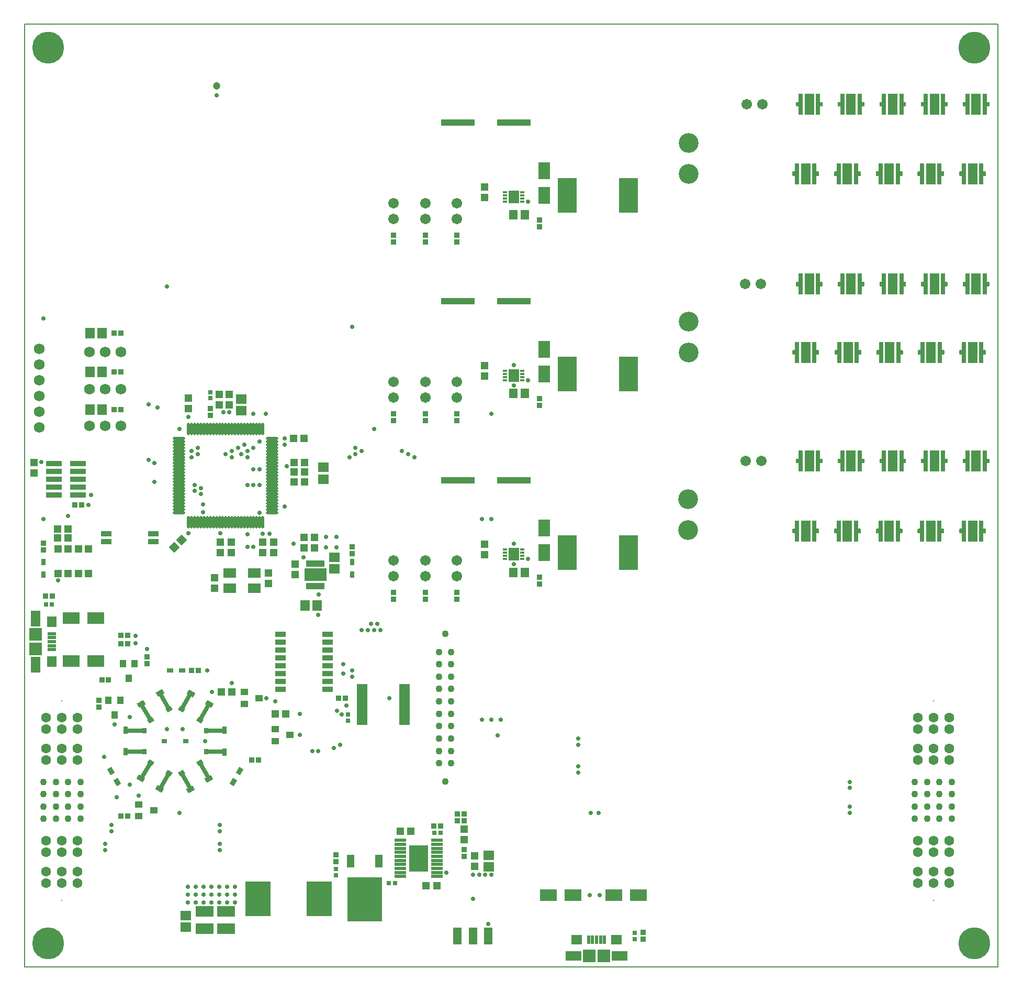
<source format=gts>
%FSLAX25Y25*%
%MOIN*%
G70*
G01*
G75*
G04 Layer_Color=8388736*
%ADD10C,0.00700*%
%ADD11R,0.02953X0.02559*%
%ADD12R,0.02559X0.02953*%
%ADD13R,0.01969X0.12992*%
%ADD14R,0.05118X0.12992*%
%ADD15R,0.01969X0.02362*%
%ADD16R,0.03937X0.04331*%
%ADD17R,0.04331X0.03937*%
%ADD18R,0.10630X0.06299*%
%ADD19R,0.02362X0.01969*%
%ADD20R,0.05906X0.05118*%
%ADD21R,0.05118X0.05906*%
G04:AMPARAMS|DCode=22|XSize=39.37mil|YSize=43.31mil|CornerRadius=0mil|HoleSize=0mil|Usage=FLASHONLY|Rotation=135.000|XOffset=0mil|YOffset=0mil|HoleType=Round|Shape=Rectangle|*
%AMROTATEDRECTD22*
4,1,4,0.02923,0.00139,-0.00139,-0.02923,-0.02923,-0.00139,0.00139,0.02923,0.02923,0.00139,0.0*
%
%ADD22ROTATEDRECTD22*%

%ADD23R,0.03937X0.03937*%
%ADD24R,0.03543X0.02362*%
%ADD25R,0.02362X0.03543*%
G04:AMPARAMS|DCode=26|XSize=23.62mil|YSize=35.43mil|CornerRadius=0mil|HoleSize=0mil|Usage=FLASHONLY|Rotation=330.000|XOffset=0mil|YOffset=0mil|HoleType=Round|Shape=Rectangle|*
%AMROTATEDRECTD26*
4,1,4,-0.01909,-0.00944,-0.00137,0.02125,0.01909,0.00944,0.00137,-0.02125,-0.01909,-0.00944,0.0*
%
%ADD26ROTATEDRECTD26*%

G04:AMPARAMS|DCode=27|XSize=23.62mil|YSize=35.43mil|CornerRadius=0mil|HoleSize=0mil|Usage=FLASHONLY|Rotation=210.000|XOffset=0mil|YOffset=0mil|HoleType=Round|Shape=Rectangle|*
%AMROTATEDRECTD27*
4,1,4,0.00137,0.02125,0.01909,-0.00944,-0.00137,-0.02125,-0.01909,0.00944,0.00137,0.02125,0.0*
%
%ADD27ROTATEDRECTD27*%

%ADD28R,0.02008X0.02953*%
G04:AMPARAMS|DCode=29|XSize=20.08mil|YSize=29.53mil|CornerRadius=0mil|HoleSize=0mil|Usage=FLASHONLY|Rotation=240.000|XOffset=0mil|YOffset=0mil|HoleType=Round|Shape=Rectangle|*
%AMROTATEDRECTD29*
4,1,4,-0.00777,0.01608,0.01781,0.00131,0.00777,-0.01608,-0.01781,-0.00131,-0.00777,0.01608,0.0*
%
%ADD29ROTATEDRECTD29*%

G04:AMPARAMS|DCode=30|XSize=20.08mil|YSize=29.53mil|CornerRadius=0mil|HoleSize=0mil|Usage=FLASHONLY|Rotation=300.000|XOffset=0mil|YOffset=0mil|HoleType=Round|Shape=Rectangle|*
%AMROTATEDRECTD30*
4,1,4,-0.01781,0.00131,0.00777,0.01608,0.01781,-0.00131,-0.00777,-0.01608,-0.01781,0.00131,0.0*
%
%ADD30ROTATEDRECTD30*%

%ADD31R,0.03347X0.03937*%
%ADD32R,0.03347X0.03937*%
%ADD33R,0.03937X0.03347*%
%ADD34R,0.03937X0.03347*%
%ADD35R,0.20472X0.03543*%
%ADD36R,0.06693X0.09843*%
%ADD37R,0.11417X0.21260*%
%ADD38R,0.04528X0.05512*%
%ADD39R,0.06299X0.07874*%
%ADD40R,0.02756X0.01181*%
%ADD41R,0.09843X0.06693*%
%ADD42O,0.07087X0.01181*%
%ADD43O,0.01181X0.07087*%
%ADD44R,0.09449X0.02992*%
%ADD45R,0.15157X0.21654*%
%ADD46R,0.04724X0.09843*%
%ADD47R,0.01575X0.05315*%
%ADD48R,0.06299X0.05512*%
%ADD49R,0.07480X0.07087*%
%ADD50R,0.09055X0.05118*%
%ADD51R,0.05118X0.09055*%
%ADD52R,0.07087X0.07480*%
%ADD53R,0.05512X0.06299*%
%ADD54R,0.05315X0.01575*%
%ADD55R,0.13386X0.07087*%
%ADD56R,0.01181X0.03347*%
%ADD57R,0.07087X0.05512*%
%ADD58R,0.06299X0.02992*%
%ADD59R,0.06102X0.01772*%
%ADD60C,0.03937*%
%ADD61R,0.02953X0.02008*%
%ADD62R,0.21654X0.27165*%
%ADD63R,0.03740X0.07480*%
%ADD64R,0.07008X0.01654*%
%ADD65R,0.11811X0.16535*%
%ADD66C,0.01000*%
%ADD67C,0.00600*%
%ADD68C,0.02000*%
%ADD69C,0.03000*%
G04:AMPARAMS|DCode=70|XSize=23.62mil|YSize=39.37mil|CornerRadius=0mil|HoleSize=0mil|Usage=FLASHONLY|Rotation=60.000|XOffset=0mil|YOffset=0mil|HoleType=Round|Shape=Rectangle|*
%AMROTATEDRECTD70*
4,1,4,0.01114,-0.02007,-0.02295,-0.00039,-0.01114,0.02007,0.02295,0.00039,0.01114,-0.02007,0.0*
%
%ADD70ROTATEDRECTD70*%

G04:AMPARAMS|DCode=71|XSize=23.62mil|YSize=39.37mil|CornerRadius=0mil|HoleSize=0mil|Usage=FLASHONLY|Rotation=120.000|XOffset=0mil|YOffset=0mil|HoleType=Round|Shape=Rectangle|*
%AMROTATEDRECTD71*
4,1,4,0.02295,-0.00039,-0.01114,-0.02007,-0.02295,0.00039,0.01114,0.02007,0.02295,-0.00039,0.0*
%
%ADD71ROTATEDRECTD71*%

%ADD72R,0.02362X0.03937*%
%ADD73R,0.02362X0.03740*%
%ADD74C,0.06000*%
%ADD75C,0.05906*%
%ADD76C,0.11811*%
%ADD77C,0.20000*%
%ADD78C,0.00394*%
%ADD79C,0.02000*%
%ADD80C,0.02598*%
%ADD81C,0.00984*%
%ADD82C,0.02362*%
%ADD83C,0.00787*%
%ADD84R,0.03753X0.03359*%
%ADD85R,0.03359X0.03753*%
%ADD86R,0.02769X0.13792*%
%ADD87R,0.05918X0.13792*%
%ADD88R,0.02769X0.03162*%
%ADD89R,0.04737X0.05131*%
%ADD90R,0.05131X0.04737*%
%ADD91R,0.11430X0.07099*%
%ADD92R,0.03162X0.02769*%
%ADD93R,0.06706X0.05918*%
%ADD94R,0.05918X0.06706*%
G04:AMPARAMS|DCode=95|XSize=47.37mil|YSize=51.31mil|CornerRadius=0mil|HoleSize=0mil|Usage=FLASHONLY|Rotation=135.000|XOffset=0mil|YOffset=0mil|HoleType=Round|Shape=Rectangle|*
%AMROTATEDRECTD95*
4,1,4,0.03489,0.00139,-0.00139,-0.03489,-0.03489,-0.00139,0.00139,0.03489,0.03489,0.00139,0.0*
%
%ADD95ROTATEDRECTD95*%

%ADD96R,0.04737X0.04737*%
%ADD97R,0.04343X0.03162*%
%ADD98R,0.03162X0.04343*%
G04:AMPARAMS|DCode=99|XSize=31.62mil|YSize=43.43mil|CornerRadius=0mil|HoleSize=0mil|Usage=FLASHONLY|Rotation=330.000|XOffset=0mil|YOffset=0mil|HoleType=Round|Shape=Rectangle|*
%AMROTATEDRECTD99*
4,1,4,-0.02455,-0.01090,-0.00283,0.02671,0.02455,0.01090,0.00283,-0.02671,-0.02455,-0.01090,0.0*
%
%ADD99ROTATEDRECTD99*%

G04:AMPARAMS|DCode=100|XSize=31.62mil|YSize=43.43mil|CornerRadius=0mil|HoleSize=0mil|Usage=FLASHONLY|Rotation=210.000|XOffset=0mil|YOffset=0mil|HoleType=Round|Shape=Rectangle|*
%AMROTATEDRECTD100*
4,1,4,0.00283,0.02671,0.02455,-0.01090,-0.00283,-0.02671,-0.02455,0.01090,0.00283,0.02671,0.0*
%
%ADD100ROTATEDRECTD100*%

%ADD101R,0.02808X0.03753*%
G04:AMPARAMS|DCode=102|XSize=28.08mil|YSize=37.53mil|CornerRadius=0mil|HoleSize=0mil|Usage=FLASHONLY|Rotation=240.000|XOffset=0mil|YOffset=0mil|HoleType=Round|Shape=Rectangle|*
%AMROTATEDRECTD102*
4,1,4,-0.00923,0.02154,0.02327,0.00278,0.00923,-0.02154,-0.02327,-0.00278,-0.00923,0.02154,0.0*
%
%ADD102ROTATEDRECTD102*%

G04:AMPARAMS|DCode=103|XSize=28.08mil|YSize=37.53mil|CornerRadius=0mil|HoleSize=0mil|Usage=FLASHONLY|Rotation=300.000|XOffset=0mil|YOffset=0mil|HoleType=Round|Shape=Rectangle|*
%AMROTATEDRECTD103*
4,1,4,-0.02327,0.00278,0.00923,0.02154,0.02327,-0.00278,-0.00923,-0.02154,-0.02327,0.00278,0.0*
%
%ADD103ROTATEDRECTD103*%

%ADD104R,0.04147X0.04737*%
%ADD105R,0.04147X0.04737*%
%ADD106R,0.04737X0.04147*%
%ADD107R,0.04737X0.04147*%
%ADD108R,0.21272X0.04343*%
%ADD109R,0.07493X0.10642*%
%ADD110R,0.12217X0.22060*%
%ADD111R,0.05328X0.06312*%
%ADD112R,0.06535X0.08110*%
%ADD113R,0.02992X0.01417*%
%ADD114R,0.10642X0.07493*%
%ADD115O,0.07887X0.01981*%
%ADD116O,0.01981X0.07887*%
%ADD117R,0.09843X0.03386*%
%ADD118R,0.15957X0.22453*%
%ADD119R,0.05524X0.10642*%
%ADD120R,0.01969X0.05709*%
%ADD121R,0.07099X0.06312*%
%ADD122R,0.08280X0.07887*%
%ADD123R,0.09855X0.05918*%
%ADD124R,0.05918X0.09855*%
%ADD125R,0.07887X0.08280*%
%ADD126R,0.06312X0.07099*%
%ADD127R,0.05709X0.01969*%
%ADD128R,0.14186X0.07887*%
%ADD129R,0.01981X0.04147*%
%ADD130R,0.07887X0.06312*%
%ADD131R,0.07099X0.03792*%
%ADD132R,0.06902X0.02572*%
%ADD133C,0.04737*%
%ADD134R,0.03753X0.02808*%
%ADD135R,0.22453X0.27965*%
%ADD136R,0.04540X0.08280*%
%ADD137R,0.07402X0.02047*%
%ADD138R,0.12205X0.16929*%
%ADD139C,0.02800*%
G04:AMPARAMS|DCode=140|XSize=31.62mil|YSize=47.37mil|CornerRadius=0mil|HoleSize=0mil|Usage=FLASHONLY|Rotation=60.000|XOffset=0mil|YOffset=0mil|HoleType=Round|Shape=Rectangle|*
%AMROTATEDRECTD140*
4,1,4,0.01261,-0.02554,-0.02842,-0.00185,-0.01261,0.02554,0.02842,0.00185,0.01261,-0.02554,0.0*
%
%ADD140ROTATEDRECTD140*%

G04:AMPARAMS|DCode=141|XSize=31.62mil|YSize=47.37mil|CornerRadius=0mil|HoleSize=0mil|Usage=FLASHONLY|Rotation=120.000|XOffset=0mil|YOffset=0mil|HoleType=Round|Shape=Rectangle|*
%AMROTATEDRECTD141*
4,1,4,0.02842,-0.00185,-0.01261,-0.02554,-0.02842,0.00185,0.01261,0.02554,0.02842,-0.00185,0.0*
%
%ADD141ROTATEDRECTD141*%

%ADD142R,0.03162X0.04737*%
%ADD143R,0.03162X0.04540*%
%ADD144C,0.06800*%
%ADD145C,0.00800*%
%ADD146C,0.06299*%
%ADD147C,0.04331*%
%ADD148C,0.06706*%
%ADD149C,0.12611*%
%ADD150C,0.20300*%
%ADD151C,0.02800*%
G36*
X614224Y323439D02*
X614356Y323351D01*
X614444Y323218D01*
X614475Y323062D01*
Y321094D01*
X614444Y320938D01*
X614356Y320805D01*
X614224Y320717D01*
X614068Y320686D01*
X611509D01*
X611352Y320717D01*
X611220Y320805D01*
X611132Y320938D01*
X611101Y321094D01*
Y323062D01*
X611132Y323218D01*
X611220Y323351D01*
X611352Y323439D01*
X611509Y323470D01*
X614068D01*
X614224Y323439D01*
D02*
G37*
G36*
X492068Y392503D02*
X492200Y392414D01*
X492289Y392282D01*
X492320Y392126D01*
Y390158D01*
X492289Y390001D01*
X492200Y389869D01*
X492068Y389781D01*
X491912Y389750D01*
X489353D01*
X489197Y389781D01*
X489065Y389869D01*
X488976Y390001D01*
X488945Y390158D01*
Y392126D01*
X488976Y392282D01*
X489065Y392414D01*
X489197Y392503D01*
X489353Y392534D01*
X491912D01*
X492068Y392503D01*
D02*
G37*
G36*
X505651D02*
X505783Y392414D01*
X505871Y392282D01*
X505902Y392126D01*
Y390158D01*
X505871Y390001D01*
X505783Y389869D01*
X505651Y389781D01*
X505495Y389750D01*
X502936D01*
X502780Y389781D01*
X502647Y389869D01*
X502559Y390001D01*
X502528Y390158D01*
Y392126D01*
X502559Y392282D01*
X502647Y392414D01*
X502780Y392503D01*
X502936Y392534D01*
X505495D01*
X505651Y392503D01*
D02*
G37*
G36*
X600641Y323439D02*
X600773Y323351D01*
X600862Y323218D01*
X600893Y323062D01*
Y321094D01*
X600862Y320938D01*
X600773Y320805D01*
X600641Y320717D01*
X600485Y320686D01*
X597926D01*
X597770Y320717D01*
X597638Y320805D01*
X597549Y320938D01*
X597518Y321094D01*
Y323062D01*
X597549Y323218D01*
X597638Y323351D01*
X597770Y323439D01*
X597926Y323470D01*
X600485D01*
X600641Y323439D01*
D02*
G37*
G36*
X561071D02*
X561204Y323351D01*
X561292Y323218D01*
X561323Y323062D01*
Y321094D01*
X561292Y320938D01*
X561204Y320805D01*
X561071Y320717D01*
X560915Y320686D01*
X558356D01*
X558200Y320717D01*
X558068Y320805D01*
X557980Y320938D01*
X557948Y321094D01*
Y323062D01*
X557980Y323218D01*
X558068Y323351D01*
X558200Y323439D01*
X558356Y323470D01*
X560915D01*
X561071Y323439D01*
D02*
G37*
G36*
X574065D02*
X574197Y323351D01*
X574286Y323218D01*
X574317Y323062D01*
Y321094D01*
X574286Y320938D01*
X574197Y320805D01*
X574065Y320717D01*
X573909Y320686D01*
X571350D01*
X571194Y320717D01*
X571061Y320805D01*
X570973Y320938D01*
X570942Y321094D01*
Y323062D01*
X570973Y323218D01*
X571061Y323351D01*
X571194Y323439D01*
X571350Y323470D01*
X573909D01*
X574065Y323439D01*
D02*
G37*
G36*
X587648D02*
X587780Y323351D01*
X587868Y323218D01*
X587899Y323062D01*
Y321094D01*
X587868Y320938D01*
X587780Y320805D01*
X587648Y320717D01*
X587492Y320686D01*
X584932D01*
X584776Y320717D01*
X584644Y320805D01*
X584556Y320938D01*
X584525Y321094D01*
Y323062D01*
X584556Y323218D01*
X584644Y323351D01*
X584776Y323439D01*
X584932Y323470D01*
X587492D01*
X587648Y323439D01*
D02*
G37*
G36*
X519102Y392503D02*
X519235Y392414D01*
X519323Y392282D01*
X519354Y392126D01*
Y390158D01*
X519323Y390001D01*
X519235Y389869D01*
X519102Y389781D01*
X518946Y389750D01*
X516387D01*
X516231Y389781D01*
X516099Y389869D01*
X516010Y390001D01*
X515979Y390158D01*
Y392126D01*
X516010Y392282D01*
X516099Y392414D01*
X516231Y392503D01*
X516387Y392534D01*
X518946D01*
X519102Y392503D01*
D02*
G37*
G36*
X585532D02*
X585664Y392414D01*
X585752Y392282D01*
X585784Y392126D01*
Y390158D01*
X585752Y390001D01*
X585664Y389869D01*
X585532Y389781D01*
X585376Y389750D01*
X582817D01*
X582661Y389781D01*
X582528Y389869D01*
X582440Y390001D01*
X582409Y390158D01*
Y392126D01*
X582440Y392282D01*
X582528Y392414D01*
X582661Y392503D01*
X582817Y392534D01*
X585376D01*
X585532Y392503D01*
D02*
G37*
G36*
X598373D02*
X598505Y392414D01*
X598593Y392282D01*
X598624Y392126D01*
Y390158D01*
X598593Y390001D01*
X598505Y389869D01*
X598373Y389781D01*
X598216Y389750D01*
X595657D01*
X595501Y389781D01*
X595369Y389869D01*
X595281Y390001D01*
X595250Y390158D01*
Y392126D01*
X595281Y392282D01*
X595369Y392414D01*
X595501Y392503D01*
X595657Y392534D01*
X598216D01*
X598373Y392503D01*
D02*
G37*
G36*
X611955D02*
X612087Y392414D01*
X612176Y392282D01*
X612207Y392126D01*
Y390158D01*
X612176Y390001D01*
X612087Y389869D01*
X611955Y389781D01*
X611799Y389750D01*
X609240D01*
X609084Y389781D01*
X608952Y389869D01*
X608863Y390001D01*
X608832Y390158D01*
Y392126D01*
X608863Y392282D01*
X608952Y392414D01*
X609084Y392503D01*
X609240Y392534D01*
X611799D01*
X611955Y392503D01*
D02*
G37*
G36*
X571949D02*
X572081Y392414D01*
X572170Y392282D01*
X572201Y392126D01*
Y390158D01*
X572170Y390001D01*
X572081Y389869D01*
X571949Y389781D01*
X571793Y389750D01*
X569234D01*
X569078Y389781D01*
X568946Y389869D01*
X568857Y390001D01*
X568826Y390158D01*
Y392126D01*
X568857Y392282D01*
X568946Y392414D01*
X569078Y392503D01*
X569234Y392534D01*
X571793D01*
X571949Y392503D01*
D02*
G37*
G36*
X532685D02*
X532817Y392414D01*
X532906Y392282D01*
X532937Y392126D01*
Y390158D01*
X532906Y390001D01*
X532817Y389869D01*
X532685Y389781D01*
X532529Y389750D01*
X529970D01*
X529814Y389781D01*
X529681Y389869D01*
X529593Y390001D01*
X529562Y390158D01*
Y392126D01*
X529593Y392282D01*
X529681Y392414D01*
X529814Y392503D01*
X529970Y392534D01*
X532529D01*
X532685Y392503D01*
D02*
G37*
G36*
X545526D02*
X545658Y392414D01*
X545746Y392282D01*
X545778Y392126D01*
Y390158D01*
X545746Y390001D01*
X545658Y389869D01*
X545526Y389781D01*
X545370Y389750D01*
X542811D01*
X542655Y389781D01*
X542522Y389869D01*
X542434Y390001D01*
X542403Y390158D01*
Y392126D01*
X542434Y392282D01*
X542522Y392414D01*
X542655Y392503D01*
X542811Y392534D01*
X545370D01*
X545526Y392503D01*
D02*
G37*
G36*
X559108D02*
X559241Y392414D01*
X559329Y392282D01*
X559360Y392126D01*
Y390158D01*
X559329Y390001D01*
X559241Y389869D01*
X559108Y389781D01*
X558952Y389750D01*
X556393D01*
X556237Y389781D01*
X556105Y389869D01*
X556016Y390001D01*
X555985Y390158D01*
Y392126D01*
X556016Y392282D01*
X556105Y392414D01*
X556237Y392503D01*
X556393Y392534D01*
X558952D01*
X559108Y392503D01*
D02*
G37*
G36*
X545220Y278822D02*
X545353Y278733D01*
X545441Y278601D01*
X545472Y278445D01*
Y276476D01*
X545441Y276320D01*
X545353Y276188D01*
X545220Y276100D01*
X545064Y276069D01*
X542505D01*
X542349Y276100D01*
X542217Y276188D01*
X542128Y276320D01*
X542097Y276476D01*
Y278445D01*
X542128Y278601D01*
X542217Y278733D01*
X542349Y278822D01*
X542505Y278853D01*
X545064D01*
X545220Y278822D01*
D02*
G37*
G36*
X558803D02*
X558935Y278733D01*
X559024Y278601D01*
X559055Y278445D01*
Y276476D01*
X559024Y276320D01*
X558935Y276188D01*
X558803Y276100D01*
X558647Y276069D01*
X556088D01*
X555932Y276100D01*
X555799Y276188D01*
X555711Y276320D01*
X555680Y276476D01*
Y278445D01*
X555711Y278601D01*
X555799Y278733D01*
X555932Y278822D01*
X556088Y278853D01*
X558647D01*
X558803Y278822D01*
D02*
G37*
G36*
X571796D02*
X571929Y278733D01*
X572017Y278601D01*
X572048Y278445D01*
Y276476D01*
X572017Y276320D01*
X571929Y276188D01*
X571796Y276100D01*
X571640Y276069D01*
X569081D01*
X568925Y276100D01*
X568793Y276188D01*
X568705Y276320D01*
X568673Y276476D01*
Y278445D01*
X568705Y278601D01*
X568793Y278733D01*
X568925Y278822D01*
X569081Y278853D01*
X571640D01*
X571796Y278822D01*
D02*
G37*
G36*
X532227D02*
X532359Y278733D01*
X532448Y278601D01*
X532479Y278445D01*
Y276476D01*
X532448Y276320D01*
X532359Y276188D01*
X532227Y276100D01*
X532071Y276069D01*
X529512D01*
X529356Y276100D01*
X529223Y276188D01*
X529135Y276320D01*
X529104Y276476D01*
Y278445D01*
X529135Y278601D01*
X529223Y278733D01*
X529356Y278822D01*
X529512Y278853D01*
X532071D01*
X532227Y278822D01*
D02*
G37*
G36*
X492068D02*
X492200Y278733D01*
X492289Y278601D01*
X492320Y278445D01*
Y276476D01*
X492289Y276320D01*
X492200Y276188D01*
X492068Y276100D01*
X491912Y276069D01*
X489353D01*
X489197Y276100D01*
X489065Y276188D01*
X488976Y276320D01*
X488945Y276476D01*
Y278445D01*
X488976Y278601D01*
X489065Y278733D01*
X489197Y278822D01*
X489353Y278853D01*
X491912D01*
X492068Y278822D01*
D02*
G37*
G36*
X505651D02*
X505783Y278733D01*
X505871Y278601D01*
X505902Y278445D01*
Y276476D01*
X505871Y276320D01*
X505783Y276188D01*
X505651Y276100D01*
X505495Y276069D01*
X502936D01*
X502780Y276100D01*
X502647Y276188D01*
X502559Y276320D01*
X502528Y276476D01*
Y278445D01*
X502559Y278601D01*
X502647Y278733D01*
X502780Y278822D01*
X502936Y278853D01*
X505495D01*
X505651Y278822D01*
D02*
G37*
G36*
X518644D02*
X518777Y278733D01*
X518865Y278601D01*
X518896Y278445D01*
Y276476D01*
X518865Y276320D01*
X518777Y276188D01*
X518644Y276100D01*
X518488Y276069D01*
X515929D01*
X515773Y276100D01*
X515641Y276188D01*
X515552Y276320D01*
X515521Y276476D01*
Y278445D01*
X515552Y278601D01*
X515641Y278733D01*
X515773Y278822D01*
X515929Y278853D01*
X518488D01*
X518644Y278822D01*
D02*
G37*
G36*
X585379D02*
X585511Y278733D01*
X585600Y278601D01*
X585631Y278445D01*
Y276476D01*
X585600Y276320D01*
X585511Y276188D01*
X585379Y276100D01*
X585223Y276069D01*
X582664D01*
X582508Y276100D01*
X582376Y276188D01*
X582287Y276320D01*
X582256Y276476D01*
Y278445D01*
X582287Y278601D01*
X582376Y278733D01*
X582508Y278822D01*
X582664Y278853D01*
X585223D01*
X585379Y278822D01*
D02*
G37*
G36*
X520913Y323439D02*
X521045Y323351D01*
X521133Y323218D01*
X521165Y323062D01*
Y321094D01*
X521133Y320938D01*
X521045Y320805D01*
X520913Y320717D01*
X520757Y320686D01*
X518198D01*
X518042Y320717D01*
X517909Y320805D01*
X517821Y320938D01*
X517790Y321094D01*
Y323062D01*
X517821Y323218D01*
X517909Y323351D01*
X518042Y323439D01*
X518198Y323470D01*
X520757D01*
X520913Y323439D01*
D02*
G37*
G36*
X534495D02*
X534628Y323351D01*
X534716Y323218D01*
X534747Y323062D01*
Y321094D01*
X534716Y320938D01*
X534628Y320805D01*
X534495Y320717D01*
X534339Y320686D01*
X531780D01*
X531624Y320717D01*
X531492Y320805D01*
X531403Y320938D01*
X531372Y321094D01*
Y323062D01*
X531403Y323218D01*
X531492Y323351D01*
X531624Y323439D01*
X531780Y323470D01*
X534339D01*
X534495Y323439D01*
D02*
G37*
G36*
X547489D02*
X547621Y323351D01*
X547710Y323218D01*
X547741Y323062D01*
Y321094D01*
X547710Y320938D01*
X547621Y320805D01*
X547489Y320717D01*
X547333Y320686D01*
X544774D01*
X544618Y320717D01*
X544485Y320805D01*
X544397Y320938D01*
X544366Y321094D01*
Y323062D01*
X544397Y323218D01*
X544485Y323351D01*
X544618Y323439D01*
X544774Y323470D01*
X547333D01*
X547489Y323439D01*
D02*
G37*
G36*
X507919D02*
X508052Y323351D01*
X508140Y323218D01*
X508171Y323062D01*
Y321094D01*
X508140Y320938D01*
X508052Y320805D01*
X507919Y320717D01*
X507763Y320686D01*
X505204D01*
X505048Y320717D01*
X504916Y320805D01*
X504827Y320938D01*
X504796Y321094D01*
Y323062D01*
X504827Y323218D01*
X504916Y323351D01*
X505048Y323439D01*
X505204Y323470D01*
X507763D01*
X507919Y323439D01*
D02*
G37*
G36*
X598373Y278822D02*
X598505Y278733D01*
X598593Y278601D01*
X598624Y278445D01*
Y276476D01*
X598593Y276320D01*
X598505Y276188D01*
X598373Y276100D01*
X598216Y276069D01*
X595657D01*
X595501Y276100D01*
X595369Y276188D01*
X595281Y276320D01*
X595250Y276476D01*
Y278445D01*
X595281Y278601D01*
X595369Y278733D01*
X595501Y278822D01*
X595657Y278853D01*
X598216D01*
X598373Y278822D01*
D02*
G37*
G36*
X611955D02*
X612087Y278733D01*
X612176Y278601D01*
X612207Y278445D01*
Y276476D01*
X612176Y276320D01*
X612087Y276188D01*
X611955Y276100D01*
X611799Y276069D01*
X609240D01*
X609084Y276100D01*
X608952Y276188D01*
X608863Y276320D01*
X608832Y276476D01*
Y278445D01*
X608863Y278601D01*
X608952Y278733D01*
X609084Y278822D01*
X609240Y278853D01*
X611799D01*
X611955Y278822D01*
D02*
G37*
G36*
X494337Y323439D02*
X494469Y323351D01*
X494557Y323218D01*
X494588Y323062D01*
Y321094D01*
X494557Y320938D01*
X494469Y320805D01*
X494337Y320717D01*
X494180Y320686D01*
X491621D01*
X491465Y320717D01*
X491333Y320805D01*
X491245Y320938D01*
X491214Y321094D01*
Y323062D01*
X491245Y323218D01*
X491333Y323351D01*
X491465Y323439D01*
X491621Y323470D01*
X494180D01*
X494337Y323439D01*
D02*
G37*
G36*
X611955Y506184D02*
X612087Y506096D01*
X612176Y505963D01*
X612207Y505807D01*
Y503839D01*
X612176Y503683D01*
X612087Y503550D01*
X611955Y503462D01*
X611799Y503431D01*
X609240D01*
X609084Y503462D01*
X608952Y503550D01*
X608863Y503683D01*
X608832Y503839D01*
Y505807D01*
X608863Y505963D01*
X608952Y506096D01*
X609084Y506184D01*
X609240Y506215D01*
X611799D01*
X611955Y506184D01*
D02*
G37*
G36*
X494337Y550408D02*
X494469Y550319D01*
X494557Y550187D01*
X494588Y550031D01*
Y548062D01*
X494557Y547906D01*
X494469Y547774D01*
X494337Y547685D01*
X494180Y547654D01*
X491621D01*
X491465Y547685D01*
X491333Y547774D01*
X491245Y547906D01*
X491214Y548062D01*
Y550031D01*
X491245Y550187D01*
X491333Y550319D01*
X491465Y550408D01*
X491621Y550438D01*
X494180D01*
X494337Y550408D01*
D02*
G37*
G36*
X507919D02*
X508052Y550319D01*
X508140Y550187D01*
X508171Y550031D01*
Y548062D01*
X508140Y547906D01*
X508052Y547774D01*
X507919Y547685D01*
X507763Y547654D01*
X505204D01*
X505048Y547685D01*
X504916Y547774D01*
X504827Y547906D01*
X504796Y548062D01*
Y550031D01*
X504827Y550187D01*
X504916Y550319D01*
X505048Y550408D01*
X505204Y550438D01*
X507763D01*
X507919Y550408D01*
D02*
G37*
G36*
X598373Y506184D02*
X598505Y506096D01*
X598593Y505963D01*
X598624Y505807D01*
Y503839D01*
X598593Y503683D01*
X598505Y503550D01*
X598373Y503462D01*
X598216Y503431D01*
X595657D01*
X595501Y503462D01*
X595369Y503550D01*
X595281Y503683D01*
X595250Y503839D01*
Y505807D01*
X595281Y505963D01*
X595369Y506096D01*
X595501Y506184D01*
X595657Y506215D01*
X598216D01*
X598373Y506184D01*
D02*
G37*
G36*
X558803D02*
X558935Y506096D01*
X559024Y505963D01*
X559055Y505807D01*
Y503839D01*
X559024Y503683D01*
X558935Y503550D01*
X558803Y503462D01*
X558647Y503431D01*
X556088D01*
X555932Y503462D01*
X555799Y503550D01*
X555711Y503683D01*
X555680Y503839D01*
Y505807D01*
X555711Y505963D01*
X555799Y506096D01*
X555932Y506184D01*
X556088Y506215D01*
X558647D01*
X558803Y506184D01*
D02*
G37*
G36*
X571796D02*
X571929Y506096D01*
X572017Y505963D01*
X572048Y505807D01*
Y503839D01*
X572017Y503683D01*
X571929Y503550D01*
X571796Y503462D01*
X571640Y503431D01*
X569081D01*
X568925Y503462D01*
X568793Y503550D01*
X568705Y503683D01*
X568673Y503839D01*
Y505807D01*
X568705Y505963D01*
X568793Y506096D01*
X568925Y506184D01*
X569081Y506215D01*
X571640D01*
X571796Y506184D01*
D02*
G37*
G36*
X585379D02*
X585511Y506096D01*
X585600Y505963D01*
X585631Y505807D01*
Y503839D01*
X585600Y503683D01*
X585511Y503550D01*
X585379Y503462D01*
X585223Y503431D01*
X582664D01*
X582508Y503462D01*
X582376Y503550D01*
X582287Y503683D01*
X582256Y503839D01*
Y505807D01*
X582287Y505963D01*
X582376Y506096D01*
X582508Y506184D01*
X582664Y506215D01*
X585223D01*
X585379Y506184D01*
D02*
G37*
G36*
X520913Y550408D02*
X521045Y550319D01*
X521133Y550187D01*
X521165Y550031D01*
Y548062D01*
X521133Y547906D01*
X521045Y547774D01*
X520913Y547685D01*
X520757Y547654D01*
X518198D01*
X518042Y547685D01*
X517909Y547774D01*
X517821Y547906D01*
X517790Y548062D01*
Y550031D01*
X517821Y550187D01*
X517909Y550319D01*
X518042Y550408D01*
X518198Y550438D01*
X520757D01*
X520913Y550408D01*
D02*
G37*
G36*
X587648D02*
X587780Y550319D01*
X587868Y550187D01*
X587899Y550031D01*
Y548062D01*
X587868Y547906D01*
X587780Y547774D01*
X587648Y547685D01*
X587492Y547654D01*
X584932D01*
X584776Y547685D01*
X584644Y547774D01*
X584556Y547906D01*
X584525Y548062D01*
Y550031D01*
X584556Y550187D01*
X584644Y550319D01*
X584776Y550408D01*
X584932Y550438D01*
X587492D01*
X587648Y550408D01*
D02*
G37*
G36*
X600641D02*
X600773Y550319D01*
X600862Y550187D01*
X600893Y550031D01*
Y548062D01*
X600862Y547906D01*
X600773Y547774D01*
X600641Y547685D01*
X600485Y547654D01*
X597926D01*
X597770Y547685D01*
X597638Y547774D01*
X597549Y547906D01*
X597518Y548062D01*
Y550031D01*
X597549Y550187D01*
X597638Y550319D01*
X597770Y550408D01*
X597926Y550438D01*
X600485D01*
X600641Y550408D01*
D02*
G37*
G36*
X614224D02*
X614356Y550319D01*
X614444Y550187D01*
X614475Y550031D01*
Y548062D01*
X614444Y547906D01*
X614356Y547774D01*
X614224Y547685D01*
X614068Y547654D01*
X611509D01*
X611352Y547685D01*
X611220Y547774D01*
X611132Y547906D01*
X611101Y548062D01*
Y550031D01*
X611132Y550187D01*
X611220Y550319D01*
X611352Y550408D01*
X611509Y550438D01*
X614068D01*
X614224Y550408D01*
D02*
G37*
G36*
X574065D02*
X574197Y550319D01*
X574286Y550187D01*
X574317Y550031D01*
Y548062D01*
X574286Y547906D01*
X574197Y547774D01*
X574065Y547685D01*
X573909Y547654D01*
X571350D01*
X571194Y547685D01*
X571061Y547774D01*
X570973Y547906D01*
X570942Y548062D01*
Y550031D01*
X570973Y550187D01*
X571061Y550319D01*
X571194Y550408D01*
X571350Y550438D01*
X573909D01*
X574065Y550408D01*
D02*
G37*
G36*
X534495D02*
X534628Y550319D01*
X534716Y550187D01*
X534747Y550031D01*
Y548062D01*
X534716Y547906D01*
X534628Y547774D01*
X534495Y547685D01*
X534339Y547654D01*
X531780D01*
X531624Y547685D01*
X531492Y547774D01*
X531403Y547906D01*
X531372Y548062D01*
Y550031D01*
X531403Y550187D01*
X531492Y550319D01*
X531624Y550408D01*
X531780Y550438D01*
X534339D01*
X534495Y550408D01*
D02*
G37*
G36*
X547489D02*
X547621Y550319D01*
X547710Y550187D01*
X547741Y550031D01*
Y548062D01*
X547710Y547906D01*
X547621Y547774D01*
X547489Y547685D01*
X547333Y547654D01*
X544774D01*
X544618Y547685D01*
X544485Y547774D01*
X544397Y547906D01*
X544366Y548062D01*
Y550031D01*
X544397Y550187D01*
X544485Y550319D01*
X544618Y550408D01*
X544774Y550438D01*
X547333D01*
X547489Y550408D01*
D02*
G37*
G36*
X561071D02*
X561204Y550319D01*
X561292Y550187D01*
X561323Y550031D01*
Y548062D01*
X561292Y547906D01*
X561204Y547774D01*
X561071Y547685D01*
X560915Y547654D01*
X558356D01*
X558200Y547685D01*
X558068Y547774D01*
X557980Y547906D01*
X557948Y548062D01*
Y550031D01*
X557980Y550187D01*
X558068Y550319D01*
X558200Y550408D01*
X558356Y550438D01*
X560915D01*
X561071Y550408D01*
D02*
G37*
G36*
X547489Y435933D02*
X547621Y435844D01*
X547710Y435712D01*
X547741Y435556D01*
Y433587D01*
X547710Y433431D01*
X547621Y433299D01*
X547489Y433211D01*
X547333Y433180D01*
X544774D01*
X544618Y433211D01*
X544485Y433299D01*
X544397Y433431D01*
X544366Y433587D01*
Y435556D01*
X544397Y435712D01*
X544485Y435844D01*
X544618Y435933D01*
X544774Y435964D01*
X547333D01*
X547489Y435933D01*
D02*
G37*
G36*
X561071D02*
X561204Y435844D01*
X561292Y435712D01*
X561323Y435556D01*
Y433587D01*
X561292Y433431D01*
X561204Y433299D01*
X561071Y433211D01*
X560915Y433180D01*
X558356D01*
X558200Y433211D01*
X558068Y433299D01*
X557980Y433431D01*
X557948Y433587D01*
Y435556D01*
X557980Y435712D01*
X558068Y435844D01*
X558200Y435933D01*
X558356Y435964D01*
X560915D01*
X561071Y435933D01*
D02*
G37*
G36*
X574065D02*
X574197Y435844D01*
X574286Y435712D01*
X574317Y435556D01*
Y433587D01*
X574286Y433431D01*
X574197Y433299D01*
X574065Y433211D01*
X573909Y433180D01*
X571350D01*
X571194Y433211D01*
X571061Y433299D01*
X570973Y433431D01*
X570942Y433587D01*
Y435556D01*
X570973Y435712D01*
X571061Y435844D01*
X571194Y435933D01*
X571350Y435964D01*
X573909D01*
X574065Y435933D01*
D02*
G37*
G36*
X534495D02*
X534628Y435844D01*
X534716Y435712D01*
X534747Y435556D01*
Y433587D01*
X534716Y433431D01*
X534628Y433299D01*
X534495Y433211D01*
X534339Y433180D01*
X531780D01*
X531624Y433211D01*
X531492Y433299D01*
X531403Y433431D01*
X531372Y433587D01*
Y435556D01*
X531403Y435712D01*
X531492Y435844D01*
X531624Y435933D01*
X531780Y435964D01*
X534339D01*
X534495Y435933D01*
D02*
G37*
G36*
X494337D02*
X494469Y435844D01*
X494557Y435712D01*
X494588Y435556D01*
Y433587D01*
X494557Y433431D01*
X494469Y433299D01*
X494337Y433211D01*
X494180Y433180D01*
X491621D01*
X491465Y433211D01*
X491333Y433299D01*
X491245Y433431D01*
X491214Y433587D01*
Y435556D01*
X491245Y435712D01*
X491333Y435844D01*
X491465Y435933D01*
X491621Y435964D01*
X494180D01*
X494337Y435933D01*
D02*
G37*
G36*
X507919D02*
X508052Y435844D01*
X508140Y435712D01*
X508171Y435556D01*
Y433587D01*
X508140Y433431D01*
X508052Y433299D01*
X507919Y433211D01*
X507763Y433180D01*
X505204D01*
X505048Y433211D01*
X504916Y433299D01*
X504827Y433431D01*
X504796Y433587D01*
Y435556D01*
X504827Y435712D01*
X504916Y435844D01*
X505048Y435933D01*
X505204Y435964D01*
X507763D01*
X507919Y435933D01*
D02*
G37*
G36*
X520913D02*
X521045Y435844D01*
X521133Y435712D01*
X521165Y435556D01*
Y433587D01*
X521133Y433431D01*
X521045Y433299D01*
X520913Y433211D01*
X520757Y433180D01*
X518198D01*
X518042Y433211D01*
X517909Y433299D01*
X517821Y433431D01*
X517790Y433587D01*
Y435556D01*
X517821Y435712D01*
X517909Y435844D01*
X518042Y435933D01*
X518198Y435964D01*
X520757D01*
X520913Y435933D01*
D02*
G37*
G36*
X587648D02*
X587780Y435844D01*
X587868Y435712D01*
X587899Y435556D01*
Y433587D01*
X587868Y433431D01*
X587780Y433299D01*
X587648Y433211D01*
X587492Y433180D01*
X584932D01*
X584776Y433211D01*
X584644Y433299D01*
X584556Y433431D01*
X584525Y433587D01*
Y435556D01*
X584556Y435712D01*
X584644Y435844D01*
X584776Y435933D01*
X584932Y435964D01*
X587492D01*
X587648Y435933D01*
D02*
G37*
G36*
X518644Y506184D02*
X518777Y506096D01*
X518865Y505963D01*
X518896Y505807D01*
Y503839D01*
X518865Y503683D01*
X518777Y503550D01*
X518644Y503462D01*
X518488Y503431D01*
X515929D01*
X515773Y503462D01*
X515641Y503550D01*
X515552Y503683D01*
X515521Y503839D01*
Y505807D01*
X515552Y505963D01*
X515641Y506096D01*
X515773Y506184D01*
X515929Y506215D01*
X518488D01*
X518644Y506184D01*
D02*
G37*
G36*
X532227D02*
X532359Y506096D01*
X532448Y505963D01*
X532479Y505807D01*
Y503839D01*
X532448Y503683D01*
X532359Y503550D01*
X532227Y503462D01*
X532071Y503431D01*
X529512D01*
X529356Y503462D01*
X529223Y503550D01*
X529135Y503683D01*
X529104Y503839D01*
Y505807D01*
X529135Y505963D01*
X529223Y506096D01*
X529356Y506184D01*
X529512Y506215D01*
X532071D01*
X532227Y506184D01*
D02*
G37*
G36*
X545220D02*
X545353Y506096D01*
X545441Y505963D01*
X545472Y505807D01*
Y503839D01*
X545441Y503683D01*
X545353Y503550D01*
X545220Y503462D01*
X545064Y503431D01*
X542505D01*
X542349Y503462D01*
X542217Y503550D01*
X542128Y503683D01*
X542097Y503839D01*
Y505807D01*
X542128Y505963D01*
X542217Y506096D01*
X542349Y506184D01*
X542505Y506215D01*
X545064D01*
X545220Y506184D01*
D02*
G37*
G36*
X505651D02*
X505783Y506096D01*
X505871Y505963D01*
X505902Y505807D01*
Y503839D01*
X505871Y503683D01*
X505783Y503550D01*
X505651Y503462D01*
X505495Y503431D01*
X502936D01*
X502780Y503462D01*
X502647Y503550D01*
X502559Y503683D01*
X502528Y503839D01*
Y505807D01*
X502559Y505963D01*
X502647Y506096D01*
X502780Y506184D01*
X502936Y506215D01*
X505495D01*
X505651Y506184D01*
D02*
G37*
G36*
X600641Y435933D02*
X600773Y435844D01*
X600862Y435712D01*
X600893Y435556D01*
Y433587D01*
X600862Y433431D01*
X600773Y433299D01*
X600641Y433211D01*
X600485Y433180D01*
X597926D01*
X597770Y433211D01*
X597638Y433299D01*
X597549Y433431D01*
X597518Y433587D01*
Y435556D01*
X597549Y435712D01*
X597638Y435844D01*
X597770Y435933D01*
X597926Y435964D01*
X600485D01*
X600641Y435933D01*
D02*
G37*
G36*
X614224D02*
X614356Y435844D01*
X614444Y435712D01*
X614475Y435556D01*
Y433587D01*
X614444Y433431D01*
X614356Y433299D01*
X614224Y433211D01*
X614068Y433180D01*
X611509D01*
X611352Y433211D01*
X611220Y433299D01*
X611132Y433431D01*
X611101Y433587D01*
Y435556D01*
X611132Y435712D01*
X611220Y435844D01*
X611352Y435933D01*
X611509Y435964D01*
X614068D01*
X614224Y435933D01*
D02*
G37*
G36*
X492068Y506184D02*
X492200Y506096D01*
X492289Y505963D01*
X492320Y505807D01*
Y503839D01*
X492289Y503683D01*
X492200Y503550D01*
X492068Y503462D01*
X491912Y503431D01*
X489353D01*
X489197Y503462D01*
X489065Y503550D01*
X488976Y503683D01*
X488945Y503839D01*
Y505807D01*
X488976Y505963D01*
X489065Y506096D01*
X489197Y506184D01*
X489353Y506215D01*
X491912D01*
X492068Y506184D01*
D02*
G37*
D67*
X0Y0D02*
X620000D01*
X0D02*
Y600000D01*
X620000D01*
Y0D02*
Y600000D01*
D78*
X298819Y8760D02*
D03*
X272047D02*
D03*
D84*
X56850Y403248D02*
D03*
X61181D02*
D03*
X56850Y378839D02*
D03*
X61181D02*
D03*
X56850Y354823D02*
D03*
X61181D02*
D03*
X275557Y97333D02*
D03*
X279887D02*
D03*
X204331Y170965D02*
D03*
X200000D02*
D03*
X279887Y92904D02*
D03*
X275557D02*
D03*
X31935Y294100D02*
D03*
X36265Y294100D02*
D03*
X61185Y95881D02*
D03*
X65516Y95881D02*
D03*
X49016Y182776D02*
D03*
X53347Y182776D02*
D03*
X65354Y205610D02*
D03*
X61024Y205610D02*
D03*
X65354Y211122D02*
D03*
X61024Y211122D02*
D03*
X106299Y188681D02*
D03*
X110630D02*
D03*
X144488Y131595D02*
D03*
X148819D02*
D03*
X13189Y235925D02*
D03*
X17520D02*
D03*
X264927Y89754D02*
D03*
X260596D02*
D03*
D85*
X279887Y74695D02*
D03*
Y70365D02*
D03*
X198293Y71349D02*
D03*
X198293Y67018D02*
D03*
X208661Y263091D02*
D03*
X208661Y267421D02*
D03*
X11806Y265198D02*
D03*
Y269529D02*
D03*
X77953Y193012D02*
D03*
X77953Y197343D02*
D03*
X47244Y165453D02*
D03*
X47244Y169783D02*
D03*
X118110Y355217D02*
D03*
X118110Y350886D02*
D03*
X234940Y461221D02*
D03*
Y465551D02*
D03*
Y233858D02*
D03*
Y238189D02*
D03*
Y347539D02*
D03*
Y351870D02*
D03*
X275296Y461221D02*
D03*
Y465551D02*
D03*
Y233858D02*
D03*
Y238189D02*
D03*
Y347539D02*
D03*
Y351870D02*
D03*
X255118Y461221D02*
D03*
Y465551D02*
D03*
Y233858D02*
D03*
Y238189D02*
D03*
Y347539D02*
D03*
Y351870D02*
D03*
X328012Y470891D02*
D03*
Y475222D02*
D03*
Y243529D02*
D03*
Y247860D02*
D03*
Y357210D02*
D03*
Y361541D02*
D03*
X393701Y21949D02*
D03*
Y17618D02*
D03*
D86*
X582664Y277461D02*
D03*
X571640D02*
D03*
X556088D02*
D03*
X545064D02*
D03*
X529512D02*
D03*
X518488D02*
D03*
X502936D02*
D03*
X491912D02*
D03*
X600485Y322078D02*
D03*
X611509D02*
D03*
X573909D02*
D03*
X584932D02*
D03*
X547333D02*
D03*
X558356D02*
D03*
X520757D02*
D03*
X531780D02*
D03*
X494180D02*
D03*
X505204D02*
D03*
X609240Y391142D02*
D03*
X598216D02*
D03*
X582817D02*
D03*
X571793D02*
D03*
X556393D02*
D03*
X545370D02*
D03*
X529970D02*
D03*
X518946D02*
D03*
X502936D02*
D03*
X491912D02*
D03*
X600485Y434572D02*
D03*
X611509D02*
D03*
X573909D02*
D03*
X584932D02*
D03*
X547333D02*
D03*
X558356D02*
D03*
X520757D02*
D03*
X531780D02*
D03*
X494180D02*
D03*
X505204D02*
D03*
X609240Y504823D02*
D03*
X598216D02*
D03*
X582664D02*
D03*
X571640D02*
D03*
X556088D02*
D03*
X545064D02*
D03*
X529512D02*
D03*
X518488D02*
D03*
X502936D02*
D03*
X491912D02*
D03*
X600485Y549047D02*
D03*
X611509D02*
D03*
X573909D02*
D03*
X584932D02*
D03*
X547333D02*
D03*
X558356D02*
D03*
X520757D02*
D03*
X531780D02*
D03*
X494180D02*
D03*
X505204D02*
D03*
X609240Y277461D02*
D03*
X598216D02*
D03*
D87*
X577152D02*
D03*
X550576D02*
D03*
X524000D02*
D03*
X497424D02*
D03*
X605997Y322078D02*
D03*
X579421D02*
D03*
X552844D02*
D03*
X526268D02*
D03*
X499692D02*
D03*
X603728Y391142D02*
D03*
X577305D02*
D03*
X550881D02*
D03*
X524458D02*
D03*
X497424D02*
D03*
X605997Y434572D02*
D03*
X579421D02*
D03*
X552844D02*
D03*
X526268D02*
D03*
X499692D02*
D03*
X603728Y504823D02*
D03*
X577152D02*
D03*
X550576D02*
D03*
X524000D02*
D03*
X497424D02*
D03*
X605997Y549047D02*
D03*
X579421D02*
D03*
X552844D02*
D03*
X526268D02*
D03*
X499692D02*
D03*
X603728Y277461D02*
D03*
D88*
X264730Y85325D02*
D03*
X260793D02*
D03*
X231856Y53435D02*
D03*
X235793D02*
D03*
X13386Y230807D02*
D03*
X17323D02*
D03*
D89*
X279887Y87687D02*
D03*
Y80994D02*
D03*
X286384Y63967D02*
D03*
Y70660D02*
D03*
X5700Y314454D02*
D03*
X5700Y321146D02*
D03*
X104331Y361909D02*
D03*
X104331Y355217D02*
D03*
X151600Y263754D02*
D03*
Y270446D02*
D03*
X158500Y263754D02*
D03*
Y270446D02*
D03*
X131500Y263754D02*
D03*
Y270446D02*
D03*
X124500Y263754D02*
D03*
Y270446D02*
D03*
X130300Y364347D02*
D03*
Y357653D02*
D03*
X123900Y364347D02*
D03*
Y357653D02*
D03*
X155300Y243953D02*
D03*
Y250646D02*
D03*
X120800Y247847D02*
D03*
Y241154D02*
D03*
X172031Y249539D02*
D03*
Y256232D02*
D03*
X292913Y489764D02*
D03*
Y496457D02*
D03*
Y262402D02*
D03*
Y269094D02*
D03*
Y376083D02*
D03*
Y382776D02*
D03*
D90*
X262368Y51664D02*
D03*
X255675D02*
D03*
X20861Y272939D02*
D03*
X27553Y272939D02*
D03*
X178147Y321100D02*
D03*
X171453D02*
D03*
X178147Y315100D02*
D03*
X171453D02*
D03*
X177953Y336319D02*
D03*
X171260D02*
D03*
X178147Y308600D02*
D03*
X171453D02*
D03*
X177756Y273327D02*
D03*
X184449Y273327D02*
D03*
X177685Y266539D02*
D03*
X184378D02*
D03*
X131841Y174853D02*
D03*
X125148Y174853D02*
D03*
X166142Y161122D02*
D03*
X159449D02*
D03*
X239041Y86408D02*
D03*
X245734D02*
D03*
X20861Y278839D02*
D03*
X27553Y278839D02*
D03*
D91*
X128347Y35246D02*
D03*
Y24222D02*
D03*
X114404Y35246D02*
D03*
Y24222D02*
D03*
D92*
X198293Y58258D02*
D03*
Y62195D02*
D03*
X118110Y365846D02*
D03*
Y361910D02*
D03*
X388583Y21752D02*
D03*
Y17815D02*
D03*
X205807Y160630D02*
D03*
Y156693D02*
D03*
D93*
X295635Y63672D02*
D03*
Y71152D02*
D03*
X190200Y310460D02*
D03*
Y317940D02*
D03*
X137800Y361440D02*
D03*
Y353960D02*
D03*
X197031Y253299D02*
D03*
Y260780D02*
D03*
X102362Y32776D02*
D03*
Y25295D02*
D03*
D94*
X49016Y378839D02*
D03*
X41535D02*
D03*
X49016Y354823D02*
D03*
X41535D02*
D03*
X49016Y403248D02*
D03*
X41535Y403248D02*
D03*
X178551Y230039D02*
D03*
X186031Y230039D02*
D03*
D95*
X95267Y267019D02*
D03*
X100000Y271752D02*
D03*
D96*
X40457Y250265D02*
D03*
X34157D02*
D03*
Y266013D02*
D03*
X40457D02*
D03*
X27557Y250365D02*
D03*
X21258D02*
D03*
Y266113D02*
D03*
X27557D02*
D03*
D97*
X100311Y188717D02*
D03*
X92437Y188717D02*
D03*
D98*
X208661Y249705D02*
D03*
X208661Y257579D02*
D03*
X11806Y249827D02*
D03*
Y257701D02*
D03*
D99*
X136721Y124554D02*
D03*
X132783Y117735D02*
D03*
D100*
X58720D02*
D03*
X54783Y124554D02*
D03*
D101*
X76067Y150436D02*
D03*
Y136854D02*
D03*
X115437Y150436D02*
D03*
Y136854D02*
D03*
D102*
X111476Y157178D02*
D03*
X99713Y163970D02*
D03*
X80028Y130111D02*
D03*
X91791Y123320D02*
D03*
D103*
X91791Y163970D02*
D03*
X80028Y157178D02*
D03*
X111476Y130111D02*
D03*
X99713Y123320D02*
D03*
D104*
X69965Y192999D02*
D03*
X66225Y183550D02*
D03*
X60827Y169783D02*
D03*
X57087Y160335D02*
D03*
D105*
X62485Y192999D02*
D03*
X53347Y169783D02*
D03*
D106*
X72602Y103361D02*
D03*
X82051Y99621D02*
D03*
X149213Y171161D02*
D03*
X139764Y174902D02*
D03*
X168898Y147539D02*
D03*
X159449Y151279D02*
D03*
D107*
X72602Y95881D02*
D03*
X139764Y167421D02*
D03*
X159449Y143799D02*
D03*
D108*
X275984Y309842D02*
D03*
X311417D02*
D03*
X275984Y423524D02*
D03*
X311417D02*
D03*
X275984Y537205D02*
D03*
X311417D02*
D03*
D109*
X330709Y279331D02*
D03*
Y263583D02*
D03*
Y393012D02*
D03*
Y377264D02*
D03*
Y506693D02*
D03*
Y490945D02*
D03*
D110*
X345669Y263583D02*
D03*
X384646D02*
D03*
X345669Y377264D02*
D03*
X384646D02*
D03*
X345669Y490945D02*
D03*
X384646D02*
D03*
D111*
X311319Y251181D02*
D03*
X318602D02*
D03*
X311319Y364862D02*
D03*
X318602D02*
D03*
X311319Y478543D02*
D03*
X318602D02*
D03*
D112*
X311417Y262598D02*
D03*
Y376279D02*
D03*
X311417Y489961D02*
D03*
D113*
X316929Y265551D02*
D03*
Y263583D02*
D03*
Y261614D02*
D03*
Y259646D02*
D03*
X305906D02*
D03*
Y261614D02*
D03*
Y263583D02*
D03*
Y265551D02*
D03*
Y379232D02*
D03*
Y377264D02*
D03*
Y375295D02*
D03*
Y373327D02*
D03*
X316929D02*
D03*
Y375295D02*
D03*
Y377264D02*
D03*
Y379232D02*
D03*
X305906Y492913D02*
D03*
Y490945D02*
D03*
Y488976D02*
D03*
Y487008D02*
D03*
X316929D02*
D03*
Y488976D02*
D03*
Y490945D02*
D03*
Y492913D02*
D03*
D114*
X349213Y45768D02*
D03*
X333465D02*
D03*
X375197D02*
D03*
X390945D02*
D03*
X45276Y222146D02*
D03*
X29528D02*
D03*
X45276Y194587D02*
D03*
X29528D02*
D03*
D115*
X98228Y336319D02*
D03*
Y334350D02*
D03*
Y332382D02*
D03*
Y330413D02*
D03*
Y328445D02*
D03*
Y326476D02*
D03*
Y324508D02*
D03*
Y322539D02*
D03*
Y320571D02*
D03*
Y318602D02*
D03*
Y316634D02*
D03*
Y314665D02*
D03*
Y312697D02*
D03*
Y310728D02*
D03*
Y308760D02*
D03*
Y306791D02*
D03*
Y304823D02*
D03*
Y302854D02*
D03*
Y300886D02*
D03*
Y298917D02*
D03*
Y296949D02*
D03*
Y294980D02*
D03*
Y293012D02*
D03*
Y291043D02*
D03*
Y289075D02*
D03*
X157677D02*
D03*
Y291043D02*
D03*
Y293012D02*
D03*
Y294980D02*
D03*
Y296949D02*
D03*
Y298917D02*
D03*
Y300886D02*
D03*
Y302854D02*
D03*
Y304823D02*
D03*
Y306791D02*
D03*
Y308760D02*
D03*
Y310728D02*
D03*
Y312697D02*
D03*
Y314665D02*
D03*
Y316634D02*
D03*
Y318602D02*
D03*
Y320571D02*
D03*
Y322539D02*
D03*
Y324508D02*
D03*
Y326476D02*
D03*
Y328445D02*
D03*
Y330413D02*
D03*
Y332382D02*
D03*
Y334350D02*
D03*
Y336319D02*
D03*
D116*
X104331Y282972D02*
D03*
X106299D02*
D03*
X108268D02*
D03*
X110236D02*
D03*
X112205D02*
D03*
X114173D02*
D03*
X116142D02*
D03*
X118110D02*
D03*
X120079D02*
D03*
X122047D02*
D03*
X124016D02*
D03*
X125984D02*
D03*
X127953D02*
D03*
X129921D02*
D03*
X131890D02*
D03*
X133858D02*
D03*
X135827D02*
D03*
X137795D02*
D03*
X139764D02*
D03*
X141732D02*
D03*
X143701D02*
D03*
X145669D02*
D03*
X147638D02*
D03*
X149606D02*
D03*
X151575D02*
D03*
Y342421D02*
D03*
X149606D02*
D03*
X147638D02*
D03*
X145669D02*
D03*
X143701D02*
D03*
X141732D02*
D03*
X139764D02*
D03*
X137795D02*
D03*
X135827D02*
D03*
X133858D02*
D03*
X131890D02*
D03*
X129921D02*
D03*
X127953D02*
D03*
X125984D02*
D03*
X124016D02*
D03*
X122047D02*
D03*
X120079D02*
D03*
X118110D02*
D03*
X116142D02*
D03*
X114173D02*
D03*
X112205D02*
D03*
X110236D02*
D03*
X108268D02*
D03*
X106299D02*
D03*
X104331D02*
D03*
D117*
X33877Y300300D02*
D03*
X18523D02*
D03*
Y305300D02*
D03*
X33877Y305300D02*
D03*
X33877Y310300D02*
D03*
X18523Y310300D02*
D03*
Y315300D02*
D03*
X33877D02*
D03*
X33877Y320300D02*
D03*
X18523D02*
D03*
D118*
X148490Y43396D02*
D03*
X187663D02*
D03*
D119*
X275590Y19587D02*
D03*
X295276D02*
D03*
X285433D02*
D03*
D120*
X369291Y17421D02*
D03*
X366732D02*
D03*
X364173D02*
D03*
X361614D02*
D03*
X359055D02*
D03*
D121*
X376772D02*
D03*
X351575D02*
D03*
D122*
X368898Y6890D02*
D03*
X359449D02*
D03*
D123*
X349409D02*
D03*
X378937D02*
D03*
D124*
X6693Y192236D02*
D03*
Y221764D02*
D03*
D125*
Y211724D02*
D03*
Y202276D02*
D03*
D126*
X17224Y219598D02*
D03*
Y194402D02*
D03*
D127*
Y212118D02*
D03*
Y209559D02*
D03*
Y207000D02*
D03*
Y204441D02*
D03*
Y201882D02*
D03*
D128*
X185031Y249539D02*
D03*
D129*
X189953Y242354D02*
D03*
X187984Y242354D02*
D03*
X186016Y242354D02*
D03*
X184047Y242354D02*
D03*
X182079Y242354D02*
D03*
X180110Y242354D02*
D03*
X180110Y256724D02*
D03*
X182079Y256724D02*
D03*
X184047Y256724D02*
D03*
X186016Y256724D02*
D03*
X187984Y256724D02*
D03*
X189953Y256724D02*
D03*
D130*
X130426Y241176D02*
D03*
Y250624D02*
D03*
X146174D02*
D03*
Y241176D02*
D03*
D131*
X162953Y211693D02*
D03*
Y206693D02*
D03*
Y201693D02*
D03*
Y196693D02*
D03*
Y191693D02*
D03*
Y186693D02*
D03*
Y181693D02*
D03*
Y176693D02*
D03*
X192953Y211693D02*
D03*
Y206693D02*
D03*
Y201693D02*
D03*
Y196693D02*
D03*
Y191693D02*
D03*
Y186693D02*
D03*
Y181693D02*
D03*
Y176693D02*
D03*
X51900Y275700D02*
D03*
Y270700D02*
D03*
X81900Y275700D02*
D03*
Y270700D02*
D03*
D132*
X214961Y178543D02*
D03*
Y175984D02*
D03*
Y173425D02*
D03*
Y170866D02*
D03*
Y168307D02*
D03*
Y165748D02*
D03*
Y163189D02*
D03*
Y160630D02*
D03*
Y158071D02*
D03*
Y155512D02*
D03*
X241732Y178543D02*
D03*
Y175984D02*
D03*
Y173425D02*
D03*
Y170866D02*
D03*
Y168307D02*
D03*
Y165748D02*
D03*
Y163189D02*
D03*
Y160630D02*
D03*
Y158071D02*
D03*
Y155512D02*
D03*
D133*
X122064Y560643D02*
D03*
D134*
X88862Y143645D02*
D03*
X102445D02*
D03*
D135*
X216384Y43002D02*
D03*
D136*
X207407Y67412D02*
D03*
X225360D02*
D03*
D137*
X262368Y57569D02*
D03*
Y60128D02*
D03*
Y62687D02*
D03*
Y65246D02*
D03*
Y67805D02*
D03*
Y70365D02*
D03*
Y72924D02*
D03*
Y75483D02*
D03*
Y78042D02*
D03*
Y80601D02*
D03*
X239061Y57569D02*
D03*
Y60128D02*
D03*
Y62687D02*
D03*
Y65246D02*
D03*
Y67805D02*
D03*
Y70365D02*
D03*
Y72924D02*
D03*
Y75483D02*
D03*
Y78042D02*
D03*
Y80601D02*
D03*
D138*
X250753Y69085D02*
D03*
D139*
X86033Y173943D02*
X91791Y163970D01*
X86033Y113347D02*
X91791Y123320D01*
X115437Y136854D02*
X126953D01*
X115437Y150436D02*
X126953D01*
X74270Y120139D02*
X80028Y130111D01*
X74270Y167151D02*
X80028Y157178D01*
X111476Y130111D02*
X117234Y120139D01*
X111476Y157178D02*
X117234Y167151D01*
X64551Y136854D02*
X76067Y136854D01*
X99713Y163970D02*
X105471Y173943D01*
X99713Y123320D02*
X105471Y113347D01*
X64551Y150436D02*
X76067Y150436D01*
D140*
X85715Y113190D02*
D03*
X117552Y167309D02*
D03*
X73952Y119981D02*
D03*
X105789Y174100D02*
D03*
D141*
X117211Y119784D02*
D03*
X86056Y174297D02*
D03*
X74293Y167505D02*
D03*
X105448Y112993D02*
D03*
D142*
X127248Y136657D02*
D03*
X64256Y137050D02*
D03*
Y150633D02*
D03*
D143*
X127248Y150535D02*
D03*
D144*
X61181Y367815D02*
D03*
X51181D02*
D03*
X41181D02*
D03*
X61181Y344193D02*
D03*
X51181D02*
D03*
X41181D02*
D03*
X61181Y391437D02*
D03*
X51181Y391437D02*
D03*
X41181Y391437D02*
D03*
X9200Y343200D02*
D03*
Y353200D02*
D03*
Y363200D02*
D03*
Y373200D02*
D03*
X9200Y383200D02*
D03*
X9200Y393200D02*
D03*
D145*
X578780Y42500D02*
D03*
Y169508D02*
D03*
X23583Y169508D02*
D03*
Y42500D02*
D03*
D146*
X568780Y131634D02*
D03*
X578780D02*
D03*
X588779D02*
D03*
X568780Y139035D02*
D03*
X578780D02*
D03*
X588779D02*
D03*
Y158701D02*
D03*
X568780Y53307D02*
D03*
X578780Y158701D02*
D03*
X568780D02*
D03*
X578780Y53307D02*
D03*
X588779D02*
D03*
Y151299D02*
D03*
X578780D02*
D03*
X568780D02*
D03*
X588779Y60709D02*
D03*
X578780D02*
D03*
X568780D02*
D03*
Y80374D02*
D03*
X578780D02*
D03*
X588779D02*
D03*
Y72972D02*
D03*
X578780D02*
D03*
X568780D02*
D03*
X33583Y80374D02*
D03*
X23583D02*
D03*
X13583D02*
D03*
X33583Y72972D02*
D03*
X23583D02*
D03*
X13583D02*
D03*
Y53307D02*
D03*
X33583Y158701D02*
D03*
X23583Y53307D02*
D03*
X33583D02*
D03*
X23583Y158701D02*
D03*
X13583D02*
D03*
Y60709D02*
D03*
X23583D02*
D03*
X33583D02*
D03*
X13583Y151299D02*
D03*
X23583D02*
D03*
X33583D02*
D03*
Y131634D02*
D03*
X23583D02*
D03*
X13583D02*
D03*
Y139035D02*
D03*
X23583D02*
D03*
X33583D02*
D03*
D147*
X566929Y117815D02*
D03*
Y109941D02*
D03*
Y94193D02*
D03*
Y102067D02*
D03*
X582677Y117815D02*
D03*
X590551D02*
D03*
X574803Y102067D02*
D03*
Y94193D02*
D03*
Y109941D02*
D03*
Y117815D02*
D03*
X590551Y109941D02*
D03*
Y102067D02*
D03*
Y94193D02*
D03*
X582677D02*
D03*
Y102067D02*
D03*
Y109941D02*
D03*
X263779Y200492D02*
D03*
Y192618D02*
D03*
Y176870D02*
D03*
Y184744D02*
D03*
Y168996D02*
D03*
X271654D02*
D03*
Y184744D02*
D03*
Y176870D02*
D03*
Y192618D02*
D03*
Y200492D02*
D03*
Y161122D02*
D03*
Y153248D02*
D03*
Y137500D02*
D03*
Y145374D02*
D03*
Y129626D02*
D03*
X263779D02*
D03*
Y145374D02*
D03*
Y137500D02*
D03*
Y153248D02*
D03*
Y161122D02*
D03*
X267717Y212008D02*
D03*
Y118110D02*
D03*
X35433Y94193D02*
D03*
Y102067D02*
D03*
Y117815D02*
D03*
Y109941D02*
D03*
X19685Y94193D02*
D03*
X11811D02*
D03*
X27559Y109941D02*
D03*
Y117815D02*
D03*
Y102067D02*
D03*
Y94193D02*
D03*
X11811Y102067D02*
D03*
Y109941D02*
D03*
Y117815D02*
D03*
X19685D02*
D03*
Y109941D02*
D03*
Y102067D02*
D03*
D148*
X275197Y258661D02*
D03*
Y248661D02*
D03*
Y372342D02*
D03*
Y362343D02*
D03*
X255019Y486024D02*
D03*
Y476024D02*
D03*
Y258661D02*
D03*
Y248661D02*
D03*
Y372342D02*
D03*
Y362343D02*
D03*
X234840Y486024D02*
D03*
Y476024D02*
D03*
Y258661D02*
D03*
Y248661D02*
D03*
Y372342D02*
D03*
Y362343D02*
D03*
X469728Y549047D02*
D03*
X459728D02*
D03*
X469335Y322078D02*
D03*
X459335D02*
D03*
X468935Y434572D02*
D03*
X458935D02*
D03*
X275197Y486024D02*
D03*
Y476024D02*
D03*
D149*
X422539Y277854D02*
D03*
Y297539D02*
D03*
X422933Y391142D02*
D03*
Y410827D02*
D03*
Y504823D02*
D03*
Y524508D02*
D03*
D150*
X605000Y585000D02*
D03*
X15000Y15000D02*
D03*
Y585000D02*
D03*
X605000Y15000D02*
D03*
D151*
X141732Y306791D02*
D03*
X78740Y357972D02*
D03*
X165354Y332382D02*
D03*
X84646Y356004D02*
D03*
X98425Y342224D02*
D03*
X58661Y107972D02*
D03*
X98425Y98130D02*
D03*
X149606Y316634D02*
D03*
Y306791D02*
D03*
Y289075D02*
D03*
X77953Y202461D02*
D03*
X153740Y171161D02*
D03*
X116142Y188681D02*
D03*
X114961Y143799D02*
D03*
X57087Y154429D02*
D03*
X66929Y159153D02*
D03*
X171260Y269390D02*
D03*
X175197Y161122D02*
D03*
Y147539D02*
D03*
X201969Y160630D02*
D03*
X159449Y168996D02*
D03*
X202756Y192618D02*
D03*
X214567Y214272D02*
D03*
X141732Y275295D02*
D03*
X220472Y218209D02*
D03*
X208661Y188681D02*
D03*
X198819Y163091D02*
D03*
X208661Y184744D02*
D03*
X204724Y166240D02*
D03*
X222441Y214272D02*
D03*
X224410Y218209D02*
D03*
X226378Y214272D02*
D03*
X112205Y304823D02*
D03*
X108268Y302854D02*
D03*
Y306791D02*
D03*
X112205Y300886D02*
D03*
X297244Y58760D02*
D03*
X293307D02*
D03*
X289370D02*
D03*
X285433D02*
D03*
X145669Y306791D02*
D03*
Y316634D02*
D03*
Y267421D02*
D03*
X141732D02*
D03*
X100394Y151279D02*
D03*
X55118Y86319D02*
D03*
Y90256D02*
D03*
X51181Y74508D02*
D03*
X51181Y78445D02*
D03*
X124016Y74508D02*
D03*
Y78445D02*
D03*
Y86319D02*
D03*
Y90256D02*
D03*
X295276Y27264D02*
D03*
X285411Y43384D02*
D03*
X268667Y60128D02*
D03*
X103858Y50886D02*
D03*
X108858D02*
D03*
X113858D02*
D03*
X118858D02*
D03*
X123858D02*
D03*
X128858D02*
D03*
X133858D02*
D03*
X103858Y45886D02*
D03*
X108858D02*
D03*
X113858D02*
D03*
X118858D02*
D03*
X123858D02*
D03*
X128858D02*
D03*
X133858D02*
D03*
X103858Y40886D02*
D03*
X108858D02*
D03*
X113858D02*
D03*
X118858D02*
D03*
X123858D02*
D03*
X128858D02*
D03*
X133858D02*
D03*
X183071Y137500D02*
D03*
X187008D02*
D03*
X196850Y139469D02*
D03*
X200787Y141437D02*
D03*
X525591Y98130D02*
D03*
Y102067D02*
D03*
X352362Y123721D02*
D03*
Y127657D02*
D03*
X525591Y113878D02*
D03*
Y117815D02*
D03*
X352362Y141437D02*
D03*
X352362Y145374D02*
D03*
X303150Y157185D02*
D03*
X297244Y285138D02*
D03*
Y157185D02*
D03*
X222441Y342224D02*
D03*
X291339Y285138D02*
D03*
Y157185D02*
D03*
X165354Y336319D02*
D03*
X110236Y326476D02*
D03*
X106299Y328445D02*
D03*
X110236Y330413D02*
D03*
X11811Y285138D02*
D03*
X78740Y322539D02*
D03*
X82677Y320571D02*
D03*
X27553Y287101D02*
D03*
X104331Y276083D02*
D03*
X82677Y308760D02*
D03*
X42313Y300324D02*
D03*
X40615Y294163D02*
D03*
X311417Y269291D02*
D03*
Y256299D02*
D03*
Y262598D02*
D03*
X320669Y259533D02*
D03*
X67012Y116086D02*
D03*
X50476Y133802D02*
D03*
X72602Y109070D02*
D03*
X122047Y554823D02*
D03*
X119243Y174853D02*
D03*
X90551Y151279D02*
D03*
X187031Y237039D02*
D03*
X187008Y224114D02*
D03*
X155970Y275659D02*
D03*
X21261Y245863D02*
D03*
X151639Y275667D02*
D03*
X124517Y276167D02*
D03*
X198425Y267028D02*
D03*
X191732D02*
D03*
Y273721D02*
D03*
X198425D02*
D03*
X177532Y260539D02*
D03*
X90551Y433169D02*
D03*
X145669Y352067D02*
D03*
X153543D02*
D03*
X208661Y407185D02*
D03*
X104331Y350098D02*
D03*
X149606Y334350D02*
D03*
X139764Y332382D02*
D03*
X145669Y330413D02*
D03*
X141732Y328445D02*
D03*
X135827Y330413D02*
D03*
X131890Y328445D02*
D03*
X137795Y326476D02*
D03*
X127953D02*
D03*
X130315Y352854D02*
D03*
X126378D02*
D03*
X311417Y382972D02*
D03*
Y369980D02*
D03*
X297244Y352067D02*
D03*
X311417Y376279D02*
D03*
X232283Y170965D02*
D03*
X210630Y330413D02*
D03*
X244094Y326476D02*
D03*
X210630D02*
D03*
X240158Y328445D02*
D03*
X214567D02*
D03*
X106299Y324508D02*
D03*
X131890D02*
D03*
X141732D02*
D03*
X206693D02*
D03*
X248031D02*
D03*
X301181Y147343D02*
D03*
X320669Y373214D02*
D03*
Y486994D02*
D03*
X165354Y293012D02*
D03*
X218504Y214272D02*
D03*
X202756Y186713D02*
D03*
X131890Y180807D02*
D03*
X11811Y412697D02*
D03*
X166929Y318602D02*
D03*
X70472Y206004D02*
D03*
Y210728D02*
D03*
X113386Y294193D02*
D03*
Y289469D02*
D03*
X360630Y98130D02*
D03*
X365354D02*
D03*
X359842Y45768D02*
D03*
X366142D02*
D03*
X10630Y321358D02*
D03*
M02*

</source>
